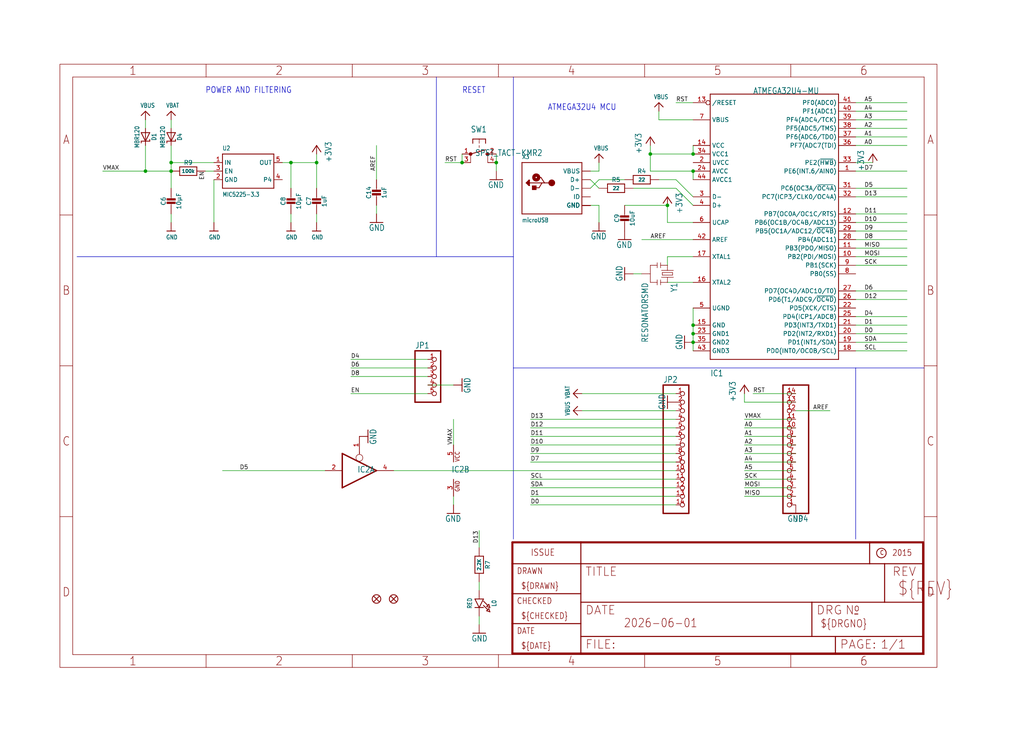
<source format=kicad_sch>
(kicad_sch (version 20230121) (generator eeschema)
  (paper "User" 303.962 217.322)
  (lib_symbols
    (symbol "working-eagle-import:+3V3" (power)
      (property "Value" "+3V3" (at -2.54 -5.08 90))
      (symbol "+3V3_1_0"
        (pin power_in line (at 0 -2.54 90) (length 2.54) (name "+3V3") (number "1"))
      )
    )
    (symbol "working-eagle-import:741G125DBV"
      (property "Reference" "IC" (at -0.635 -0.635 0))
      (symbol "741G125DBV_1_0"
        (pin input line (at 0 10.16 270) (length 5.08) (name "OE") (number "1"))
        (pin input line (at -10.16 0 0) (length 5.08) (name "I") (number "2"))
        (pin tri_state line (at 10.16 0 180) (length 5.08) (name "O") (number "4"))
      )
      (symbol "741G125DBV_2_0"
        (text "GND" (at 1.905 -6.35 900) (effects (font (size 1.27 1.0795)) (justify left bottom)))
        (text "VCC" (at 1.905 2.54 900) (effects (font (size 1.27 1.0795)) (justify left bottom)))
        (pin power_in line (at 0 -7.62 90) (length 5.08) (name "GND") (number "3"))
        (pin power_in line (at 0 7.62 270) (length 5.08) (name "VCC") (number "5"))
      )
    )
    (symbol "working-eagle-import:ATMEGA32U4-MU"
      (property "Reference" "IC" (at -17.78 -38.1 0))
      (symbol "ATMEGA32U4-MU_1_0"
        (pin bidirectional line (at 25.4 22.86 180) (length 5.08) (name "PE6(INT.6/AIN0)") (number "1"))
        (pin bidirectional line (at 25.4 -2.54 180) (length 5.08) (name "PB2(PDI/MOSI)") (number "10"))
        (pin bidirectional line (at 25.4 0 180) (length 5.08) (name "PB3(PDO/MISO)") (number "11"))
        (pin bidirectional line (at 25.4 10.16 180) (length 5.08) (name "PB7(OC0A/OC1C/RTS)") (number "12"))
        (pin bidirectional inverted (at -22.86 43.18 0) (length 5.08) (name "/RESET") (number "13"))
        (pin bidirectional line (at -22.86 30.48 0) (length 5.08) (name "VCC") (number "14"))
        (pin bidirectional line (at -22.86 -22.86 0) (length 5.08) (name "GND") (number "15"))
        (pin bidirectional line (at -22.86 -10.16 0) (length 5.08) (name "XTAL2") (number "16"))
        (pin bidirectional line (at -22.86 -2.54 0) (length 5.08) (name "XTAL1") (number "17"))
        (pin bidirectional line (at 25.4 -30.48 180) (length 5.08) (name "PD0(INT0/OC0B/SCL)") (number "18"))
        (pin bidirectional line (at 25.4 -27.94 180) (length 5.08) (name "PD1(INT1/SDA)") (number "19"))
        (pin bidirectional line (at -22.86 25.4 0) (length 5.08) (name "UVCC") (number "2"))
        (pin bidirectional line (at 25.4 -25.4 180) (length 5.08) (name "PD2(INT2/RXD1)") (number "20"))
        (pin bidirectional line (at 25.4 -22.86 180) (length 5.08) (name "PD3(INT3/TXD1)") (number "21"))
        (pin bidirectional line (at 25.4 -17.78 180) (length 5.08) (name "PD5(XCK/CTS)") (number "22"))
        (pin bidirectional line (at -22.86 -25.4 0) (length 5.08) (name "GND1") (number "23"))
        (pin bidirectional line (at -22.86 22.86 0) (length 5.08) (name "AVCC") (number "24"))
        (pin bidirectional line (at 25.4 -20.32 180) (length 5.08) (name "PD4(ICP1/ADC8)") (number "25"))
        (pin bidirectional line (at 25.4 -15.24 180) (length 5.08) (name "PD6(T1/ADC9/~{OC4D})") (number "26"))
        (pin bidirectional line (at 25.4 -12.7 180) (length 5.08) (name "PD7(OC4D/ADC10/T0)") (number "27"))
        (pin bidirectional line (at 25.4 2.54 180) (length 5.08) (name "PB4(ADC11)") (number "28"))
        (pin bidirectional line (at 25.4 5.08 180) (length 5.08) (name "PB5(OC1A/ADC12/~{OC4B})") (number "29"))
        (pin bidirectional line (at -22.86 15.24 0) (length 5.08) (name "D-") (number "3"))
        (pin bidirectional line (at 25.4 7.62 180) (length 5.08) (name "PB6(OC1B/OC4B/ADC13)") (number "30"))
        (pin bidirectional line (at 25.4 17.78 180) (length 5.08) (name "PC6(OC3A/~{OC4A})") (number "31"))
        (pin bidirectional line (at 25.4 15.24 180) (length 5.08) (name "PC7(ICP3/CLK0/OC4A)") (number "32"))
        (pin bidirectional line (at 25.4 25.4 180) (length 5.08) (name "PE2(~{HWB})") (number "33"))
        (pin bidirectional line (at -22.86 27.94 0) (length 5.08) (name "VCC1") (number "34"))
        (pin bidirectional line (at -22.86 -27.94 0) (length 5.08) (name "GND2") (number "35"))
        (pin bidirectional line (at 25.4 30.48 180) (length 5.08) (name "PF7(ADC7(TDI)") (number "36"))
        (pin bidirectional line (at 25.4 33.02 180) (length 5.08) (name "PF6(ADC6/TDO)") (number "37"))
        (pin bidirectional line (at 25.4 35.56 180) (length 5.08) (name "PF5(ADC5/TMS)") (number "38"))
        (pin bidirectional line (at 25.4 38.1 180) (length 5.08) (name "PF4(ADC4/TCK)") (number "39"))
        (pin bidirectional line (at -22.86 12.7 0) (length 5.08) (name "D+") (number "4"))
        (pin bidirectional line (at 25.4 40.64 180) (length 5.08) (name "PF1(ADC1)") (number "40"))
        (pin bidirectional line (at 25.4 43.18 180) (length 5.08) (name "PF0(ADC0)") (number "41"))
        (pin bidirectional line (at -22.86 2.54 0) (length 5.08) (name "AREF") (number "42"))
        (pin bidirectional line (at -22.86 -30.48 0) (length 5.08) (name "GND3") (number "43"))
        (pin bidirectional line (at -22.86 20.32 0) (length 5.08) (name "AVCC1") (number "44"))
        (pin bidirectional line (at -22.86 -17.78 0) (length 5.08) (name "UGND") (number "5"))
        (pin bidirectional line (at -22.86 7.62 0) (length 5.08) (name "UCAP") (number "6"))
        (pin bidirectional line (at -22.86 38.1 0) (length 5.08) (name "VBUS") (number "7"))
        (pin bidirectional line (at 25.4 -7.62 180) (length 5.08) (name "PB0(SS)") (number "8"))
        (pin bidirectional line (at 25.4 -5.08 180) (length 5.08) (name "PB1(SCK)") (number "9"))
      )
    )
    (symbol "working-eagle-import:CAP_CERAMIC0603_NO"
      (property "Reference" "C" (at -2.29 1.25 90))
      (symbol "CAP_CERAMIC0603_NO_1_0"
        (pin passive line (at 0 5.08 270) (length 2.54) (name "1") (number "1"))
        (pin passive line (at 0 -2.54 90) (length 2.54) (name "2") (number "2"))
      )
    )
    (symbol "working-eagle-import:CAP_CERAMIC0805-NOOUTLINE"
      (property "Reference" "C" (at -2.29 1.25 90))
      (symbol "CAP_CERAMIC0805-NOOUTLINE_1_0"
        (pin passive line (at 0 5.08 270) (length 2.54) (name "1") (number "1"))
        (pin passive line (at 0 -2.54 90) (length 2.54) (name "2") (number "2"))
      )
    )
    (symbol "working-eagle-import:DIODE-SCHOTTKYSOD-123"
      (property "Reference" "D" (at 0 2.54 0))
      (symbol "DIODE-SCHOTTKYSOD-123_1_0"
        (pin passive line (at -2.54 0 0) (length 2.54) (name "A") (number "A"))
        (pin passive line (at 2.54 0 180) (length 2.54) (name "C") (number "C"))
      )
    )
    (symbol "working-eagle-import:FIDUCIAL{dblquote}{dblquote}")
    (symbol "working-eagle-import:FRAME_A4"
      (symbol "FRAME_A4_1_0"
        (text "1" (at 21.6958 1.905 0) (effects (font (size 2.54 2.286))))
        (text "1" (at 21.6958 177.165 0) (effects (font (size 2.54 2.286))))
        (text "2" (at 65.0875 1.905 0) (effects (font (size 2.54 2.286))))
        (text "2" (at 65.0875 177.165 0) (effects (font (size 2.54 2.286))))
        (text "3" (at 108.4792 1.905 0) (effects (font (size 2.54 2.286))))
        (text "3" (at 108.4792 177.165 0) (effects (font (size 2.54 2.286))))
        (text "4" (at 151.8708 1.905 0) (effects (font (size 2.54 2.286))))
        (text "4" (at 151.8708 177.165 0) (effects (font (size 2.54 2.286))))
        (text "5" (at 195.2625 1.905 0) (effects (font (size 2.54 2.286))))
        (text "5" (at 195.2625 177.165 0) (effects (font (size 2.54 2.286))))
        (text "6" (at 238.6542 1.905 0) (effects (font (size 2.54 2.286))))
        (text "6" (at 238.6542 177.165 0) (effects (font (size 2.54 2.286))))
        (text "A" (at 1.905 156.6863 0) (effects (font (size 2.54 2.286))))
        (text "A" (at 258.445 156.6863 0) (effects (font (size 2.54 2.286))))
        (text "B" (at 1.905 111.9188 0) (effects (font (size 2.54 2.286))))
        (text "B" (at 258.445 111.9188 0) (effects (font (size 2.54 2.286))))
        (text "C" (at 1.905 67.1513 0) (effects (font (size 2.54 2.286))))
        (text "C" (at 258.445 67.1513 0) (effects (font (size 2.54 2.286))))
        (text "D" (at 1.905 22.3838 0) (effects (font (size 2.54 2.286))))
        (text "D" (at 258.445 22.3838 0) (effects (font (size 2.54 2.286))))
      )
      (symbol "FRAME_A4_2_0"
        (text "${#}/${##}" (at 108.9152 2.8448 0) (effects (font (size 2.54 2.54)) (justify left bottom)))
        (text "${CHECKED}" (at 2.2352 11.7348 0) (effects (font (size 1.778 1.5113)) (justify left bottom)))
        (text "${COMPANY}" (at 23.349 29.6735 0) (effects (font (size 3.175 2.6987) (thickness 0.5397) bold) (justify left bottom)))
        (text "${CURRENT_DATE}" (at 32.7152 9.1948 0) (effects (font (size 2.54 2.159)) (justify left bottom)))
        (text "${DATE}" (at 2.2352 2.8448 0) (effects (font (size 1.778 1.5113)) (justify left bottom)))
        (text "${DRAWN}" (at 2.2352 20.6248 0) (effects (font (size 1.778 1.5113)) (justify left bottom)))
        (text "${DRGNO}" (at 91.1352 9.1948 0) (effects (font (size 2.1844 1.8567)) (justify left bottom)))
        (text "${PROJECTNAME}" (at 33.0327 2.8448 0) (effects (font (size 2.54 2.159)) (justify left bottom)))
        (text "${REV}" (at 113.9952 18.7198 0) (effects (font (size 3.81 3.2385)) (justify left bottom)))
        (text "2015" (at 112.4077 30.4673 0) (effects (font (size 1.778 1.5113)) (justify left bottom)))
        (text "C" (at 108.7564 30.7848 0) (effects (font (size 1.27 1.0795)) (justify left bottom)))
        (text "CHECKED" (at 0.9652 16.1798 0) (effects (font (size 1.778 1.5113)) (justify left bottom)))
        (text "DATE" (at 0.9652 7.2898 0) (effects (font (size 1.778 1.5113)) (justify left bottom)))
        (text "DATE" (at 21.2852 13.0048 0) (effects (font (size 2.54 2.54)) (justify left bottom)))
        (text "DRAWN" (at 0.9652 25.0698 0) (effects (font (size 1.778 1.5113)) (justify left bottom)))
        (text "DRG" (at 89.8652 13.0048 0) (effects (font (size 2.54 2.54)) (justify left bottom)))
        (text "FILE:" (at 21.2852 2.8448 0) (effects (font (size 2.54 2.54)) (justify left bottom)))
        (text "ISSUE" (at 5.0927 30.4673 0) (effects (font (size 1.9304 1.6408)) (justify left bottom)))
        (text "N" (at 98.4377 13.0048 0) (effects (font (size 2.54 2.54)) (justify left bottom)))
        (text "o" (at 100.9777 13.9573 0) (effects (font (size 2.1844 1.8567)) (justify left bottom)))
        (text "PAGE:" (at 96.8502 2.8448 0) (effects (font (size 2.54 2.54)) (justify left bottom)))
        (text "REV" (at 112.4077 24.4348 0) (effects (font (size 2.54 2.54)) (justify left bottom)))
        (text "TITLE" (at 21.2852 24.4348 0) (effects (font (size 2.54 2.54)) (justify left bottom)))
      )
    )
    (symbol "working-eagle-import:GND" (power)
      (property "Value" "GND" (at -1.524 -2.54 0))
      (symbol "GND_1_0"
        (pin power_in line (at 0 2.54 270) (length 2.54) (name "GND") (number "1"))
      )
    )
    (symbol "working-eagle-import:HEADER-1X14"
      (property "Reference" "JP" (at -6.35 20.955 0))
      (symbol "HEADER-1X14_1_0"
        (pin passive inverted (at -2.54 17.78 0) (length 2.54) (name "1") (number "1"))
        (pin passive inverted (at -2.54 -5.08 0) (length 2.54) (name "10") (number "10"))
        (pin passive inverted (at -2.54 -7.62 0) (length 2.54) (name "11") (number "11"))
        (pin passive inverted (at -2.54 -10.16 0) (length 2.54) (name "12") (number "12"))
        (pin passive inverted (at -2.54 -12.7 0) (length 2.54) (name "13") (number "13"))
        (pin passive inverted (at -2.54 -15.24 0) (length 2.54) (name "14") (number "14"))
        (pin passive inverted (at -2.54 15.24 0) (length 2.54) (name "2") (number "2"))
        (pin passive inverted (at -2.54 12.7 0) (length 2.54) (name "3") (number "3"))
        (pin passive inverted (at -2.54 10.16 0) (length 2.54) (name "4") (number "4"))
        (pin passive inverted (at -2.54 7.62 0) (length 2.54) (name "5") (number "5"))
        (pin passive inverted (at -2.54 5.08 0) (length 2.54) (name "6") (number "6"))
        (pin passive inverted (at -2.54 2.54 0) (length 2.54) (name "7") (number "7"))
        (pin passive inverted (at -2.54 0 0) (length 2.54) (name "8") (number "8"))
        (pin passive inverted (at -2.54 -2.54 0) (length 2.54) (name "9") (number "9"))
      )
    )
    (symbol "working-eagle-import:HEADER-1X5ROUND"
      (property "Reference" "JP" (at -6.35 8.255 0))
      (symbol "HEADER-1X5ROUND_1_0"
        (pin passive inverted (at -2.54 5.08 0) (length 2.54) (name "1") (number "1"))
        (pin passive inverted (at -2.54 2.54 0) (length 2.54) (name "2") (number "2"))
        (pin passive inverted (at -2.54 0 0) (length 2.54) (name "3") (number "3"))
        (pin passive inverted (at -2.54 -2.54 0) (length 2.54) (name "4") (number "4"))
        (pin passive inverted (at -2.54 -5.08 0) (length 2.54) (name "5") (number "5"))
      )
    )
    (symbol "working-eagle-import:LED0805_NOOUTLINE"
      (property "Reference" "D" (at -1.27 4.445 0))
      (symbol "LED0805_NOOUTLINE_1_0"
        (pin passive line (at -5.08 0 0) (length 2.54) (name "A") (number "A"))
        (pin passive line (at 2.54 0 180) (length 2.54) (name "C") (number "C"))
      )
    )
    (symbol "working-eagle-import:RESISTOR_0603_NOOUT"
      (property "Reference" "R" (at 0 2.54 0))
      (symbol "RESISTOR_0603_NOOUT_1_0"
        (pin passive line (at -5.08 0 0) (length 2.54) (name "1") (number "1"))
        (pin passive line (at 5.08 0 180) (length 2.54) (name "2") (number "2"))
      )
    )
    (symbol "working-eagle-import:RESONATORSMD"
      (property "Reference" "Y" (at 2.54 1.016 0))
      (symbol "RESONATORSMD_1_0"
        (pin passive line (at -2.54 0 0) (length 0) (name "1") (number "1"))
        (pin passive line (at 0 -7.62 90) (length 0) (name "2") (number "2"))
        (pin passive line (at 2.54 0 180) (length 0) (name "3") (number "3"))
      )
    )
    (symbol "working-eagle-import:SPST_TACT-KMR2"
      (property "Reference" "SW" (at -6.35 -2.54 90))
      (symbol "SPST_TACT-KMR2_1_0"
        (pin passive line (at 0 -5.08 90) (length 2.54) (name "P") (number "1"))
        (pin passive line (at 0 5.08 270) (length 2.54) (name "S") (number "2"))
        (pin passive line (at 2.54 -5.08 90) (length 2.54) (name "P1") (number "3"))
        (pin passive line (at 2.54 5.08 270) (length 2.54) (name "S1") (number "4"))
      )
    )
    (symbol "working-eagle-import:USB_MICRO_20329_V2"
      (property "Reference" "X" (at -10.16 8.636 0))
      (symbol "USB_MICRO_20329_V2_1_0"
        (pin power_in line (at 10.16 -5.08 180) (length 2.54) (name "GND") (number "BASE@1"))
        (pin power_in line (at 10.16 -5.08 180) (length 2.54) (name "GND") (number "BASE@2"))
        (pin bidirectional line (at 10.16 2.54 180) (length 2.54) (name "D+") (number "D+"))
        (pin bidirectional line (at 10.16 0 180) (length 2.54) (name "D-") (number "D-"))
        (pin power_in line (at 10.16 -5.08 180) (length 2.54) (name "GND") (number "GND"))
        (pin bidirectional line (at 10.16 -2.54 180) (length 2.54) (name "ID") (number "ID"))
        (pin power_in line (at 10.16 -5.08 180) (length 2.54) (name "GND") (number "SPRT@1"))
        (pin power_in line (at 10.16 -5.08 180) (length 2.54) (name "GND") (number "SPRT@2"))
        (pin power_in line (at 10.16 -5.08 180) (length 2.54) (name "GND") (number "SPRT@3"))
        (pin power_in line (at 10.16 -5.08 180) (length 2.54) (name "GND") (number "SPRT@4"))
        (pin power_in line (at 10.16 5.08 180) (length 2.54) (name "VBUS") (number "VBUS"))
      )
    )
    (symbol "working-eagle-import:VBAT" (power)
      (property "Value" "VBAT" (at -1.524 1.016 0))
      (symbol "VBAT_1_0"
        (pin power_in line (at 0 -2.54 90) (length 2.54) (name "VBAT") (number "1"))
      )
    )
    (symbol "working-eagle-import:VBUS" (power)
      (property "Value" "VBUS" (at -1.524 1.016 0))
      (symbol "VBUS_1_0"
        (pin power_in line (at 0 -2.54 90) (length 2.54) (name "VBUS") (number "1"))
      )
    )
    (symbol "working-eagle-import:VREG_SOT23-5"
      (property "Reference" "U" (at -7.62 6.096 0))
      (symbol "VREG_SOT23-5_1_0"
        (pin power_in line (at -10.16 2.54 0) (length 2.54) (name "IN") (number "1"))
        (pin power_in line (at -10.16 -2.54 0) (length 2.54) (name "GND") (number "2"))
        (pin input line (at -10.16 0 0) (length 2.54) (name "EN") (number "3"))
        (pin bidirectional line (at 10.16 -2.54 180) (length 2.54) (name "P4") (number "4"))
        (pin power_in line (at 10.16 2.54 180) (length 2.54) (name "OUT") (number "5"))
      )
    )
    (symbol "working-eagle-import:supply1_GND" (power)
      (property "Value" "supply1_GND" (at -2.54 -2.54 0))
      (symbol "supply1_GND_1_0"
        (pin power_in line (at 0 2.54 270) (length 2.54) (name "GND") (number "1"))
      )
    )
  )
  (junction (at 50.8 48.26))
  (junction (at 205.74 101.6))
  (junction (at 193.04 45.72))
  (junction (at 205.74 50.8))
  (junction (at 198.12 60.96))
  (junction (at 147.32 48.26))
  (junction (at 137.16 48.26))
  (junction (at 86.36 48.26))
  (junction (at 205.74 99.06))
  (junction (at 93.98 48.26))
  (junction (at 205.74 45.72))
  (junction (at 43.18 50.8))
  (junction (at 205.74 96.52))
  (junction (at 50.8 50.8))
  (wire (pts (xy 116.84 139.7) (xy 200.66 139.7)) (stroke (width 0.1524)))
  (wire (pts (xy 175.26 60.96) (xy 177.8 60.96)) (stroke (width 0.1524)))
  (wire (pts (xy 236.22 142.24) (xy 220.98 142.24)) (stroke (width 0.1524)))
  (wire (pts (xy 137.16 48.26) (xy 137.16 45.72)) (stroke (width 0.1524)))
  (wire (pts (xy 111.76 53.34) (xy 111.76 43.18)) (stroke (width 0.1524)))
  (polyline (pts (xy 152.4 76.2) (xy 129.54 76.2)) (stroke (width 0.1524) (type solid)))
  (wire (pts (xy 175.26 53.34) (xy 177.8 55.88)) (stroke (width 0.1524)))
  (wire (pts (xy 254 50.8) (xy 269.24 50.8)) (stroke (width 0.1524)))
  (wire (pts (xy 220.98 116.84) (xy 220.98 119.38)) (stroke (width 0.1524)))
  (wire (pts (xy 193.04 45.72) (xy 205.74 45.72)) (stroke (width 0.1524)))
  (polyline (pts (xy 152.4 160.02) (xy 152.4 109.22)) (stroke (width 0.1524) (type solid)))
  (wire (pts (xy 43.18 50.8) (xy 50.8 50.8)) (stroke (width 0.1524)))
  (wire (pts (xy 205.74 50.8) (xy 193.04 50.8)) (stroke (width 0.1524)))
  (wire (pts (xy 205.74 30.48) (xy 200.66 30.48)) (stroke (width 0.1524)))
  (wire (pts (xy 254 96.52) (xy 269.24 96.52)) (stroke (width 0.1524)))
  (wire (pts (xy 200.66 53.34) (xy 205.74 58.42)) (stroke (width 0.1524)))
  (wire (pts (xy 205.74 99.06) (xy 205.74 101.6)) (stroke (width 0.1524)))
  (polyline (pts (xy 274.32 109.22) (xy 254 109.22)) (stroke (width 0.1524) (type solid)))
  (wire (pts (xy 254 33.02) (xy 269.24 33.02)) (stroke (width 0.1524)))
  (wire (pts (xy 157.48 132.08) (xy 200.66 132.08)) (stroke (width 0.1524)))
  (wire (pts (xy 43.18 50.8) (xy 30.48 50.8)) (stroke (width 0.1524)))
  (polyline (pts (xy 22.86 76.2) (xy 129.54 76.2)) (stroke (width 0.1524) (type solid)))
  (wire (pts (xy 254 63.5) (xy 269.24 63.5)) (stroke (width 0.1524)))
  (polyline (pts (xy 152.4 109.22) (xy 152.4 76.2)) (stroke (width 0.1524) (type solid)))
  (wire (pts (xy 157.48 144.78) (xy 200.66 144.78)) (stroke (width 0.1524)))
  (wire (pts (xy 236.22 121.92) (xy 246.38 121.92)) (stroke (width 0.1524)))
  (wire (pts (xy 220.98 139.7) (xy 236.22 139.7)) (stroke (width 0.1524)))
  (wire (pts (xy 63.5 53.34) (xy 63.5 66.04)) (stroke (width 0.1524)))
  (wire (pts (xy 193.04 45.72) (xy 193.04 43.18)) (stroke (width 0.1524)))
  (wire (pts (xy 187.96 81.28) (xy 190.5 81.28)) (stroke (width 0.1524)))
  (wire (pts (xy 200.66 149.86) (xy 157.48 149.86)) (stroke (width 0.1524)))
  (wire (pts (xy 254 48.26) (xy 259.08 48.26)) (stroke (width 0.1524)))
  (wire (pts (xy 147.32 45.72) (xy 147.32 48.26)) (stroke (width 0.1524)))
  (wire (pts (xy 200.66 55.88) (xy 205.74 60.96)) (stroke (width 0.1524)))
  (wire (pts (xy 111.76 60.96) (xy 111.76 63.5)) (stroke (width 0.1524)))
  (wire (pts (xy 50.8 43.18) (xy 50.8 48.26)) (stroke (width 0.1524)))
  (polyline (pts (xy 129.54 76.2) (xy 129.54 22.86)) (stroke (width 0.1524) (type solid)))
  (wire (pts (xy 63.5 48.26) (xy 50.8 48.26)) (stroke (width 0.1524)))
  (wire (pts (xy 50.8 50.8) (xy 50.8 55.88)) (stroke (width 0.1524)))
  (wire (pts (xy 195.58 53.34) (xy 200.66 53.34)) (stroke (width 0.1524)))
  (wire (pts (xy 142.24 162.56) (xy 142.24 157.48)) (stroke (width 0.1524)))
  (wire (pts (xy 200.66 124.46) (xy 157.48 124.46)) (stroke (width 0.1524)))
  (wire (pts (xy 134.62 114.3) (xy 127 114.3)) (stroke (width 0.1524)))
  (wire (pts (xy 134.62 147.32) (xy 134.62 149.86)) (stroke (width 0.1524)))
  (wire (pts (xy 254 71.12) (xy 269.24 71.12)) (stroke (width 0.1524)))
  (wire (pts (xy 220.98 119.38) (xy 236.22 119.38)) (stroke (width 0.1524)))
  (wire (pts (xy 134.62 124.46) (xy 134.62 132.08)) (stroke (width 0.1524)))
  (wire (pts (xy 50.8 63.5) (xy 50.8 66.04)) (stroke (width 0.1524)))
  (polyline (pts (xy 152.4 76.2) (xy 152.4 22.86)) (stroke (width 0.1524) (type solid)))
  (wire (pts (xy 43.18 43.18) (xy 43.18 50.8)) (stroke (width 0.1524)))
  (wire (pts (xy 198.12 76.2) (xy 205.74 76.2)) (stroke (width 0.1524)))
  (wire (pts (xy 93.98 63.5) (xy 93.98 66.04)) (stroke (width 0.1524)))
  (wire (pts (xy 127 111.76) (xy 104.14 111.76)) (stroke (width 0.1524)))
  (wire (pts (xy 142.24 172.72) (xy 142.24 175.26)) (stroke (width 0.1524)))
  (wire (pts (xy 236.22 127) (xy 220.98 127)) (stroke (width 0.1524)))
  (wire (pts (xy 254 86.36) (xy 269.24 86.36)) (stroke (width 0.1524)))
  (wire (pts (xy 254 73.66) (xy 269.24 73.66)) (stroke (width 0.1524)))
  (polyline (pts (xy 254 160.02) (xy 254 109.22)) (stroke (width 0.1524) (type solid)))
  (wire (pts (xy 93.98 48.26) (xy 93.98 55.88)) (stroke (width 0.1524)))
  (polyline (pts (xy 254 109.22) (xy 152.4 109.22)) (stroke (width 0.1524) (type solid)))
  (wire (pts (xy 157.48 137.16) (xy 200.66 137.16)) (stroke (width 0.1524)))
  (wire (pts (xy 193.04 50.8) (xy 193.04 45.72)) (stroke (width 0.1524)))
  (wire (pts (xy 205.74 45.72) (xy 205.74 43.18)) (stroke (width 0.1524)))
  (wire (pts (xy 198.12 83.82) (xy 205.74 83.82)) (stroke (width 0.1524)))
  (wire (pts (xy 205.74 91.44) (xy 205.74 96.52)) (stroke (width 0.1524)))
  (wire (pts (xy 236.22 132.08) (xy 220.98 132.08)) (stroke (width 0.1524)))
  (wire (pts (xy 200.66 134.62) (xy 157.48 134.62)) (stroke (width 0.1524)))
  (wire (pts (xy 254 35.56) (xy 269.24 35.56)) (stroke (width 0.1524)))
  (wire (pts (xy 198.12 66.04) (xy 198.12 60.96)) (stroke (width 0.1524)))
  (wire (pts (xy 127 106.68) (xy 104.14 106.68)) (stroke (width 0.1524)))
  (wire (pts (xy 236.22 144.78) (xy 220.98 144.78)) (stroke (width 0.1524)))
  (wire (pts (xy 104.14 109.22) (xy 127 109.22)) (stroke (width 0.1524)))
  (wire (pts (xy 86.36 48.26) (xy 93.98 48.26)) (stroke (width 0.1524)))
  (wire (pts (xy 254 66.04) (xy 269.24 66.04)) (stroke (width 0.1524)))
  (wire (pts (xy 205.74 66.04) (xy 198.12 66.04)) (stroke (width 0.1524)))
  (wire (pts (xy 86.36 63.5) (xy 86.36 66.04)) (stroke (width 0.1524)))
  (wire (pts (xy 177.8 50.8) (xy 177.8 48.26)) (stroke (width 0.1524)))
  (wire (pts (xy 269.24 99.06) (xy 254 99.06)) (stroke (width 0.1524)))
  (wire (pts (xy 83.82 48.26) (xy 86.36 48.26)) (stroke (width 0.1524)))
  (wire (pts (xy 177.8 60.96) (xy 177.8 66.04)) (stroke (width 0.1524)))
  (wire (pts (xy 220.98 134.62) (xy 236.22 134.62)) (stroke (width 0.1524)))
  (wire (pts (xy 60.96 50.8) (xy 63.5 50.8)) (stroke (width 0.1524)))
  (wire (pts (xy 254 76.2) (xy 269.24 76.2)) (stroke (width 0.1524)))
  (wire (pts (xy 236.22 116.84) (xy 223.52 116.84)) (stroke (width 0.1524)))
  (wire (pts (xy 220.98 147.32) (xy 236.22 147.32)) (stroke (width 0.1524)))
  (wire (pts (xy 175.26 50.8) (xy 177.8 50.8)) (stroke (width 0.1524)))
  (wire (pts (xy 200.66 121.92) (xy 172.72 121.92)) (stroke (width 0.1524)))
  (wire (pts (xy 177.8 53.34) (xy 185.42 53.34)) (stroke (width 0.1524)))
  (wire (pts (xy 198.12 60.96) (xy 185.42 60.96)) (stroke (width 0.1524)))
  (wire (pts (xy 254 30.48) (xy 269.24 30.48)) (stroke (width 0.1524)))
  (wire (pts (xy 157.48 147.32) (xy 200.66 147.32)) (stroke (width 0.1524)))
  (wire (pts (xy 200.66 142.24) (xy 157.48 142.24)) (stroke (width 0.1524)))
  (wire (pts (xy 175.26 55.88) (xy 177.8 53.34)) (stroke (width 0.1524)))
  (wire (pts (xy 254 58.42) (xy 269.24 58.42)) (stroke (width 0.1524)))
  (wire (pts (xy 254 78.74) (xy 269.24 78.74)) (stroke (width 0.1524)))
  (wire (pts (xy 132.08 48.26) (xy 137.16 48.26)) (stroke (width 0.1524)))
  (wire (pts (xy 200.66 129.54) (xy 157.48 129.54)) (stroke (width 0.1524)))
  (wire (pts (xy 205.74 53.34) (xy 205.74 50.8)) (stroke (width 0.1524)))
  (wire (pts (xy 220.98 129.54) (xy 236.22 129.54)) (stroke (width 0.1524)))
  (wire (pts (xy 254 68.58) (xy 269.24 68.58)) (stroke (width 0.1524)))
  (wire (pts (xy 236.22 137.16) (xy 220.98 137.16)) (stroke (width 0.1524)))
  (wire (pts (xy 50.8 48.26) (xy 50.8 50.8)) (stroke (width 0.1524)))
  (wire (pts (xy 254 38.1) (xy 269.24 38.1)) (stroke (width 0.1524)))
  (wire (pts (xy 254 93.98) (xy 269.24 93.98)) (stroke (width 0.1524)))
  (wire (pts (xy 147.32 50.8) (xy 147.32 48.26)) (stroke (width 0.1524)))
  (wire (pts (xy 195.58 35.56) (xy 195.58 33.02)) (stroke (width 0.1524)))
  (wire (pts (xy 86.36 55.88) (xy 86.36 48.26)) (stroke (width 0.1524)))
  (wire (pts (xy 157.48 127) (xy 200.66 127)) (stroke (width 0.1524)))
  (wire (pts (xy 190.5 71.12) (xy 205.74 71.12)) (stroke (width 0.1524)))
  (wire (pts (xy 254 43.18) (xy 269.24 43.18)) (stroke (width 0.1524)))
  (wire (pts (xy 50.8 38.1) (xy 50.8 35.56)) (stroke (width 0.1524)))
  (wire (pts (xy 96.52 139.7) (xy 66.04 139.7)) (stroke (width 0.1524)))
  (wire (pts (xy 93.98 48.26) (xy 93.98 45.72)) (stroke (width 0.1524)))
  (wire (pts (xy 254 40.64) (xy 269.24 40.64)) (stroke (width 0.1524)))
  (wire (pts (xy 205.74 96.52) (xy 205.74 99.06)) (stroke (width 0.1524)))
  (wire (pts (xy 187.96 55.88) (xy 200.66 55.88)) (stroke (width 0.1524)))
  (wire (pts (xy 43.18 35.56) (xy 43.18 38.1)) (stroke (width 0.1524)))
  (wire (pts (xy 205.74 101.6) (xy 205.74 104.14)) (stroke (width 0.1524)))
  (wire (pts (xy 127 116.84) (xy 104.14 116.84)) (stroke (width 0.1524)))
  (wire (pts (xy 236.22 124.46) (xy 220.98 124.46)) (stroke (width 0.1524)))
  (wire (pts (xy 198.12 76.2) (xy 198.12 78.74)) (stroke (width 0.1524)))
  (wire (pts (xy 254 104.14) (xy 269.24 104.14)) (stroke (width 0.1524)))
  (wire (pts (xy 172.72 116.84) (xy 200.66 116.84)) (stroke (width 0.1524)))
  (wire (pts (xy 254 55.88) (xy 269.24 55.88)) (stroke (width 0.1524)))
  (wire (pts (xy 254 101.6) (xy 269.24 101.6)) (stroke (width 0.1524)))
  (wire (pts (xy 142.24 182.88) (xy 142.24 185.42)) (stroke (width 0.1524)))
  (wire (pts (xy 205.74 35.56) (xy 195.58 35.56)) (stroke (width 0.1524)))
  (wire (pts (xy 254 88.9) (xy 269.24 88.9)) (stroke (width 0.1524)))
  (text "POWER AND FILTERING" (at 60.96 27.94 0) (effects (font (size 1.778 1.5113)) (justify left bottom)))
  (text "RESET" (at 137.16 27.94 0) (effects (font (size 1.778 1.5113)) (justify left bottom)))
  (text "ATMEGA32U4 MCU" (at 162.56 33.02 0) (effects (font (size 1.778 1.5113)) (justify left bottom)))
  (label "AREF" (at 241.3 121.92 0) (effects (font (size 1.2446 1.2446))))
  (label "D13" (at 256.54 58.42 0) (effects (font (size 1.2446 1.2446))))
  (label "A0" (at 220.98 127 0) (effects (font (size 1.2446 1.2446))))
  (label "A5" (at 220.98 139.7 0) (effects (font (size 1.2446 1.2446))))
  (label "D6" (at 256.54 86.36 0) (effects (font (size 1.2446 1.2446))))
  (label "D1" (at 256.54 96.52 0) (effects (font (size 1.2446 1.2446))))
  (label "SCL" (at 256.54 104.14 0) (effects (font (size 1.2446 1.2446))))
  (label "A3" (at 256.54 35.56 0) (effects (font (size 1.2446 1.2446))))
  (label "VMAX" (at 30.48 50.8 0) (effects (font (size 1.2446 1.2446))))
  (label "AREF" (at 111.76 50.8 90) (effects (font (size 1.2446 1.2446))))
  (label "D8" (at 256.54 71.12 0) (effects (font (size 1.2446 1.2446))))
  (label "D9" (at 157.48 134.62 0) (effects (font (size 1.2446 1.2446))))
  (label "SCK" (at 220.98 142.24 0) (effects (font (size 1.2446 1.2446))))
  (label "D13" (at 142.24 157.48 270) (effects (font (size 1.2446 1.2446))))
  (label "D13" (at 157.48 124.46 0) (effects (font (size 1.2446 1.2446))))
  (label "EN" (at 104.14 116.84 0) (effects (font (size 1.2446 1.2446))))
  (label "MOSI" (at 256.54 76.2 0) (effects (font (size 1.2446 1.2446))))
  (label "D12" (at 256.54 88.9 0) (effects (font (size 1.2446 1.2446))))
  (label "A2" (at 220.98 132.08 0) (effects (font (size 1.2446 1.2446))))
  (label "RST" (at 200.66 30.48 0) (effects (font (size 1.2446 1.2446))))
  (label "MISO" (at 256.54 73.66 0) (effects (font (size 1.2446 1.2446))))
  (label "D9" (at 256.54 68.58 0) (effects (font (size 1.2446 1.2446))))
  (label "D5" (at 71.12 139.7 0) (effects (font (size 1.2446 1.2446))))
  (label "AREF" (at 193.04 71.12 0) (effects (font (size 1.2446 1.2446))))
  (label "VMAX" (at 134.62 132.08 90) (effects (font (size 1.2446 1.2446))))
  (label "D11" (at 157.48 129.54 0) (effects (font (size 1.2446 1.2446))))
  (label "A0" (at 256.54 43.18 0) (effects (font (size 1.2446 1.2446))))
  (label "D0" (at 157.48 149.86 0) (effects (font (size 1.2446 1.2446))))
  (label "RST" (at 132.08 48.26 0) (effects (font (size 1.2446 1.2446))))
  (label "MISO" (at 220.98 147.32 0) (effects (font (size 1.2446 1.2446))))
  (label "D12" (at 157.48 127 0) (effects (font (size 1.2446 1.2446))))
  (label "A4" (at 256.54 33.02 0) (effects (font (size 1.2446 1.2446))))
  (label "D7" (at 256.54 50.8 0) (effects (font (size 1.2446 1.2446))))
  (label "D5" (at 256.54 55.88 0) (effects (font (size 1.2446 1.2446))))
  (label "SCL" (at 157.48 142.24 0) (effects (font (size 1.2446 1.2446))))
  (label "EN" (at 60.96 50.8 270) (effects (font (size 1.2446 1.2446))))
  (label "D11" (at 256.54 63.5 0) (effects (font (size 1.2446 1.2446))))
  (label "SDA" (at 157.48 144.78 0) (effects (font (size 1.2446 1.2446))))
  (label "D7" (at 157.48 137.16 0) (effects (font (size 1.2446 1.2446))))
  (label "D10" (at 157.48 132.08 0) (effects (font (size 1.2446 1.2446))))
  (label "A2" (at 256.54 38.1 0) (effects (font (size 1.2446 1.2446))))
  (label "A1" (at 256.54 40.64 0) (effects (font (size 1.2446 1.2446))))
  (label "RST" (at 223.52 116.84 0) (effects (font (size 1.2446 1.2446))))
  (label "SCK" (at 256.54 78.74 0) (effects (font (size 1.2446 1.2446))))
  (label "D10" (at 256.54 66.04 0) (effects (font (size 1.2446 1.2446))))
  (label "SDA" (at 256.54 101.6 0) (effects (font (size 1.2446 1.2446))))
  (label "MOSI" (at 220.98 144.78 0) (effects (font (size 1.2446 1.2446))))
  (label "D4" (at 104.14 106.68 0) (effects (font (size 1.2446 1.2446))))
  (label "D8" (at 104.14 111.76 0) (effects (font (size 1.2446 1.2446))))
  (label "A5" (at 256.54 30.48 0) (effects (font (size 1.2446 1.2446))))
  (label "A3" (at 220.98 134.62 0) (effects (font (size 1.2446 1.2446))))
  (label "D4" (at 256.54 93.98 0) (effects (font (size 1.2446 1.2446))))
  (label "A4" (at 220.98 137.16 0) (effects (font (size 1.2446 1.2446))))
  (label "D6" (at 104.14 109.22 0) (effects (font (size 1.2446 1.2446))))
  (label "VMAX" (at 220.98 124.46 0) (effects (font (size 1.2446 1.2446))))
  (label "D1" (at 157.48 147.32 0) (effects (font (size 1.2446 1.2446))))
  (label "A1" (at 220.98 129.54 0) (effects (font (size 1.2446 1.2446))))
  (label "D0" (at 256.54 99.06 0) (effects (font (size 1.2446 1.2446))))
  (symbol (lib_id "working-eagle-import:LED0805_NOOUTLINE") (at 142.24 180.34 270) (unit 1)
    (property "Reference" "L0" (at 146.685 179.07 0) (effects (font (size 1.27 1.0795))))
    (property "Value" "RED" (at 139.446 179.07 0) (effects (font (size 1.27 1.0795))))
    (property "Footprint" "working:CHIPLED_0805_NOOUTLINE" (effects hide))
  )
  (symbol (lib_id "working-eagle-import:VREG_SOT23-5") (at 73.66 50.8 0) (unit 1)
    (property "Reference" "U2" (at 66.04 44.704 0) (effects (font (size 1.27 1.0795)) (justify left bottom)))
    (property "Value" "MIC5225-3.3" (at 66.04 58.42 0) (effects (font (size 1.27 1.0795)) (justify left bottom)))
    (property "Footprint" "working:SOT23-5" (effects hide))
  )
  (symbol (lib_id "working-eagle-import:DIODE-SCHOTTKYSOD-123") (at 50.8 40.64 270) (unit 1)
    (property "Reference" "D4" (at 53.34 40.64 0) (effects (font (size 1.27 1.0795))))
    (property "Value" "MBR120" (at 48.3 40.64 0) (effects (font (size 1.27 1.0795))))
    (property "Footprint" "working:SOD-123" (effects hide))
  )
  (symbol (lib_id "working-eagle-import:CAP_CERAMIC0805-NOOUTLINE") (at 86.36 60.96 0) (unit 1)
    (property "Reference" "C8" (at 84.07 59.71 90))
    (property "Value" "10µF" (at 88.66 59.71 90))
    (property "Footprint" "working:0805-NO" (effects hide))
  )
  (symbol (lib_id "working-eagle-import:CAP_CERAMIC0603_NO") (at 111.76 58.42 0) (unit 1)
    (property "Reference" "C14" (at 109.47 57.17 90))
    (property "Value" "1uF" (at 114.06 57.17 90))
    (property "Footprint" "working:0603-NO" (effects hide))
  )
  (symbol (lib_id "working-eagle-import:supply1_GND") (at 111.76 66.04 0) (mirror y) (unit 1)
    (property "Reference" "#GND12" (effects hide))
    (property "Value" "GND" (at 114.3 68.58 0) (effects (font (size 1.778 1.5113)) (justify left bottom)))
  )
  (symbol (lib_id "working-eagle-import:RESONATORSMD") (at 198.12 81.28 270) (unit 1)
    (property "Reference" "Y1" (at 199.136 83.82 0) (effects (font (size 1.778 1.5113)) (justify left bottom)))
    (property "Value" "RESONATORSMD" (at 190.5 83.82 0) (effects (font (size 1.778 1.5113)) (justify left bottom)))
    (property "Footprint" "working:RESONATOR-SMD" (effects hide))
  )
  (symbol (lib_id "working-eagle-import:RESISTOR_0603_NOOUT") (at 55.88 50.8 0) (unit 1)
    (property "Reference" "R9" (at 55.88 48.26 0))
    (property "Value" "100k" (at 55.88 50.8 0) (effects (font (size 1.016 1.016) bold)))
    (property "Footprint" "working:0603-NO" (effects hide))
  )
  (symbol (lib_id "working-eagle-import:ATMEGA32U4-MU") (at 228.6 73.66 0) (unit 1)
    (property "Reference" "IC1" (at 210.82 111.76 0) (effects (font (size 1.778 1.5113)) (justify left bottom)))
    (property "Value" "ATMEGA32U4-MU" (at 223.52 27.94 0) (effects (font (size 1.778 1.5113)) (justify left bottom)))
    (property "Footprint" "working:TQFN44_7MM" (effects hide))
  )
  (symbol (lib_id "working-eagle-import:+3V3") (at 198.12 58.42 0) (mirror y) (unit 1)
    (property "Reference" "#+3V6" (effects hide))
    (property "Value" "+3V3" (at 200.66 63.5 90) (effects (font (size 1.778 1.5113)) (justify left bottom)))
  )
  (symbol (lib_id "working-eagle-import:SPST_TACT-KMR2") (at 142.24 45.72 270) (unit 1)
    (property "Reference" "SW1" (at 139.7 39.37 90) (effects (font (size 1.778 1.5113)) (justify left bottom)))
    (property "Value" "SPST_TACT-KMR2" (at 140.97 46.355 90) (effects (font (size 1.778 1.5113)) (justify left bottom)))
    (property "Footprint" "working:KMR2" (effects hide))
  )
  (symbol (lib_id "working-eagle-import:HEADER-1X5ROUND") (at 129.54 111.76 0) (unit 1)
    (property "Reference" "JP1" (at 123.19 103.505 0) (effects (font (size 1.778 1.5113)) (justify left bottom)))
    (property "Value" "HEADER-1X5ROUND" (effects hide))
    (property "Footprint" "working:1X05_ROUND" (effects hide))
  )
  (symbol (lib_id "working-eagle-import:+3V3") (at 193.04 40.64 0) (unit 1)
    (property "Reference" "#+3V5" (effects hide))
    (property "Value" "+3V3" (at 190.5 45.72 90) (effects (font (size 1.778 1.5113)) (justify left bottom)))
  )
  (symbol (lib_id "working-eagle-import:FRAME_A4") (at 17.78 198.12 0) (unit 1)
    (property "Reference" "#FRAME1" (effects hide))
    (property "Value" "FRAME_A4" (effects hide))
  )
  (symbol (lib_id "working-eagle-import:VBAT") (at 50.8 33.02 0) (unit 1)
    (property "Reference" "#U$21" (effects hide))
    (property "Value" "VBAT" (at 49.276 32.004 0) (effects (font (size 1.27 1.0795)) (justify left bottom)))
  )
  (symbol (lib_id "working-eagle-import:supply1_GND") (at 142.24 187.96 0) (mirror y) (unit 1)
    (property "Reference" "#GND10" (effects hide))
    (property "Value" "GND" (at 144.78 190.5 0) (effects (font (size 1.778 1.5113)) (justify left bottom)))
  )
  (symbol (lib_id "working-eagle-import:FIDUCIAL{dblquote}{dblquote}") (at 116.84 177.8 0) (unit 1)
    (property "Reference" "U$34" (effects hide))
    (property "Value" "FIDUCIAL{dblquote}{dblquote}" (effects hide))
    (property "Footprint" "working:FIDUCIAL_1MM" (effects hide))
  )
  (symbol (lib_id "working-eagle-import:VBUS") (at 177.8 45.72 0) (unit 1)
    (property "Reference" "#U$1" (effects hide))
    (property "Value" "VBUS" (at 176.276 44.704 0) (effects (font (size 1.27 1.0795)) (justify left bottom)))
  )
  (symbol (lib_id "working-eagle-import:GND") (at 93.98 68.58 0) (unit 1)
    (property "Reference" "#U$28" (effects hide))
    (property "Value" "GND" (at 92.456 71.12 0) (effects (font (size 1.27 1.0795)) (justify left bottom)))
  )
  (symbol (lib_id "working-eagle-import:DIODE-SCHOTTKYSOD-123") (at 43.18 40.64 270) (unit 1)
    (property "Reference" "D1" (at 45.72 40.64 0) (effects (font (size 1.27 1.0795))))
    (property "Value" "MBR120" (at 40.68 40.64 0) (effects (font (size 1.27 1.0795))))
    (property "Footprint" "working:SOD-123" (effects hide))
  )
  (symbol (lib_id "working-eagle-import:RESISTOR_0603_NOOUT") (at 142.24 167.64 270) (unit 1)
    (property "Reference" "R7" (at 144.78 167.64 0))
    (property "Value" "2.2K" (at 142.24 167.64 0) (effects (font (size 1.016 1.016) bold)))
    (property "Footprint" "working:0603-NO" (effects hide))
  )
  (symbol (lib_id "working-eagle-import:HEADER-1X14") (at 233.68 132.08 180) (unit 1)
    (property "Reference" "JP4" (at 240.03 153.035 0) (effects (font (size 1.778 1.5113)) (justify left bottom)))
    (property "Value" "HEADER-1X14" (effects hide))
    (property "Footprint" "working:1X14_ROUND70" (effects hide))
  )
  (symbol (lib_id "working-eagle-import:+3V3") (at 259.08 45.72 0) (unit 1)
    (property "Reference" "#+3V7" (effects hide))
    (property "Value" "+3V3" (at 256.54 50.8 90) (effects (font (size 1.778 1.5113)) (justify left bottom)))
  )
  (symbol (lib_id "working-eagle-import:741G125DBV") (at 134.62 139.7 0) (unit 2)
    (property "Reference" "IC2" (at 133.985 140.335 0) (effects (font (size 1.778 1.5113)) (justify left bottom)))
    (property "Value" "741G125DBV" (effects hide))
    (property "Footprint" "working:SOT23-5" (effects hide))
  )
  (symbol (lib_id "working-eagle-import:supply1_GND") (at 236.22 152.4 0) (unit 1)
    (property "Reference" "#GND13" (effects hide))
    (property "Value" "GND" (at 233.68 154.94 0) (effects (font (size 1.778 1.5113)) (justify left bottom)))
  )
  (symbol (lib_id "working-eagle-import:supply1_GND") (at 147.32 53.34 0) (unit 1)
    (property "Reference" "#GND7" (effects hide))
    (property "Value" "GND" (at 144.78 55.88 0) (effects (font (size 1.778 1.5113)) (justify left bottom)))
  )
  (symbol (lib_id "working-eagle-import:RESISTOR_0603_NOOUT") (at 182.88 55.88 0) (unit 1)
    (property "Reference" "R5" (at 182.88 53.34 0))
    (property "Value" "22" (at 182.88 55.88 0) (effects (font (size 1.016 1.016) bold)))
    (property "Footprint" "working:0603-NO" (effects hide))
  )
  (symbol (lib_id "working-eagle-import:+3V3") (at 220.98 114.3 0) (unit 1)
    (property "Reference" "#+3V1" (effects hide))
    (property "Value" "+3V3" (at 218.44 119.38 90) (effects (font (size 1.778 1.5113)) (justify left bottom)))
  )
  (symbol (lib_id "working-eagle-import:supply1_GND") (at 134.62 152.4 0) (unit 1)
    (property "Reference" "#GND9" (effects hide))
    (property "Value" "GND" (at 132.08 154.94 0) (effects (font (size 1.778 1.5113)) (justify left bottom)))
  )
  (symbol (lib_id "working-eagle-import:supply1_GND") (at 203.2 101.6 270) (unit 1)
    (property "Reference" "#GND2" (effects hide))
    (property "Value" "GND" (at 200.66 99.06 0) (effects (font (size 1.778 1.5113)) (justify left bottom)))
  )
  (symbol (lib_id "working-eagle-import:741G125DBV") (at 106.68 139.7 0) (unit 1)
    (property "Reference" "IC2" (at 106.045 140.335 0) (effects (font (size 1.778 1.5113)) (justify left bottom)))
    (property "Value" "741G125DBV" (effects hide))
    (property "Footprint" "working:SOT23-5" (effects hide))
  )
  (symbol (lib_id "working-eagle-import:HEADER-1X14") (at 203.2 134.62 0) (unit 1)
    (property "Reference" "JP2" (at 196.85 113.665 0) (effects (font (size 1.778 1.5113)) (justify left bottom)))
    (property "Value" "HEADER-1X14" (effects hide))
    (property "Footprint" "working:1X14_ROUND70" (effects hide))
  )
  (symbol (lib_id "working-eagle-import:supply1_GND") (at 185.42 71.12 0) (unit 1)
    (property "Reference" "#GND3" (effects hide))
    (property "Value" "GND" (at 182.88 73.66 0) (effects (font (size 1.778 1.5113)) (justify left bottom)))
  )
  (symbol (lib_id "working-eagle-import:VBUS") (at 170.18 121.92 90) (unit 1)
    (property "Reference" "#U$19" (effects hide))
    (property "Value" "VBUS" (at 169.164 123.444 0) (effects (font (size 1.27 1.0795)) (justify left bottom)))
  )
  (symbol (lib_id "working-eagle-import:CAP_CERAMIC0603_NO") (at 93.98 60.96 0) (unit 1)
    (property "Reference" "C7" (at 91.69 59.71 90))
    (property "Value" "1uF" (at 96.28 59.71 90))
    (property "Footprint" "working:0603-NO" (effects hide))
  )
  (symbol (lib_id "working-eagle-import:GND") (at 50.8 68.58 0) (unit 1)
    (property "Reference" "#U$27" (effects hide))
    (property "Value" "GND" (at 49.276 71.12 0) (effects (font (size 1.27 1.0795)) (justify left bottom)))
  )
  (symbol (lib_id "working-eagle-import:GND") (at 86.36 68.58 0) (unit 1)
    (property "Reference" "#U$29" (effects hide))
    (property "Value" "GND" (at 84.836 71.12 0) (effects (font (size 1.27 1.0795)) (justify left bottom)))
  )
  (symbol (lib_id "working-eagle-import:RESISTOR_0603_NOOUT") (at 190.5 53.34 0) (unit 1)
    (property "Reference" "R4" (at 190.5 50.8 0))
    (property "Value" "22" (at 190.5 53.34 0) (effects (font (size 1.016 1.016) bold)))
    (property "Footprint" "working:0603-NO" (effects hide))
  )
  (symbol (lib_id "working-eagle-import:CAP_CERAMIC0805-NOOUTLINE") (at 185.42 66.04 0) (unit 1)
    (property "Reference" "C9" (at 183.13 64.79 90))
    (property "Value" "10uF" (at 187.72 64.79 90))
    (property "Footprint" "working:0805-NO" (effects hide))
  )
  (symbol (lib_id "working-eagle-import:VBUS") (at 43.18 33.02 0) (unit 1)
    (property "Reference" "#U$3" (effects hide))
    (property "Value" "VBUS" (at 41.656 32.004 0) (effects (font (size 1.27 1.0795)) (justify left bottom)))
  )
  (symbol (lib_id "working-eagle-import:supply1_GND") (at 185.42 81.28 270) (unit 1)
    (property "Reference" "#GND6" (effects hide))
    (property "Value" "GND" (at 182.88 78.74 0) (effects (font (size 1.778 1.5113)) (justify left bottom)))
  )
  (symbol (lib_id "working-eagle-import:USB_MICRO_20329_V2") (at 165.1 55.88 0) (unit 1)
    (property "Reference" "X3" (at 154.94 47.244 0) (effects (font (size 1.27 1.0795)) (justify left bottom)))
    (property "Value" "microUSB" (at 154.94 66.04 0) (effects (font (size 1.27 1.0795)) (justify left bottom)))
    (property "Footprint" "working:4UCONN_20329_V2" (effects hide))
  )
  (symbol (lib_id "working-eagle-import:supply1_GND") (at 177.8 68.58 0) (unit 1)
    (property "Reference" "#GND1" (effects hide))
    (property "Value" "GND" (at 175.26 71.12 0) (effects (font (size 1.778 1.5113)) (justify left bottom)))
  )
  (symbol (lib_id "working-eagle-import:+3V3") (at 93.98 43.18 0) (mirror y) (unit 1)
    (property "Reference" "#+3V4" (effects hide))
    (property "Value" "+3V3" (at 96.52 48.26 90) (effects (font (size 1.778 1.5113)) (justify left bottom)))
  )
  (symbol (lib_id "working-eagle-import:supply1_GND") (at 109.22 129.54 90) (unit 1)
    (property "Reference" "#GND8" (effects hide))
    (property "Value" "GND" (at 111.76 132.08 0) (effects (font (size 1.778 1.5113)) (justify left bottom)))
  )
  (symbol (lib_id "working-eagle-import:VBUS") (at 195.58 30.48 0) (unit 1)
    (property "Reference" "#U$8" (effects hide))
    (property "Value" "VBUS" (at 194.056 29.464 0) (effects (font (size 1.27 1.0795)) (justify left bottom)))
  )
  (symbol (lib_id "working-eagle-import:GND") (at 63.5 68.58 0) (unit 1)
    (property "Reference" "#U$30" (effects hide))
    (property "Value" "GND" (at 61.976 71.12 0) (effects (font (size 1.27 1.0795)) (justify left bottom)))
  )
  (symbol (lib_id "working-eagle-import:CAP_CERAMIC0805-NOOUTLINE") (at 50.8 60.96 0) (unit 1)
    (property "Reference" "C6" (at 48.51 59.71 90))
    (property "Value" "10µF" (at 53.1 59.71 90))
    (property "Footprint" "working:0805-NO" (effects hide))
  )
  (symbol (lib_id "working-eagle-import:VBAT") (at 170.18 116.84 90) (unit 1)
    (property "Reference" "#U$20" (effects hide))
    (property "Value" "VBAT" (at 169.164 118.364 0) (effects (font (size 1.27 1.0795)) (justify left bottom)))
  )
  (symbol (lib_id "working-eagle-import:supply1_GND") (at 137.16 114.3 90) (unit 1)
    (property "Reference" "#GND11" (effects hide))
    (property "Value" "GND" (at 139.7 116.84 0) (effects (font (size 1.778 1.5113)) (justify left bottom)))
  )
  (symbol (lib_id "working-eagle-import:FIDUCIAL{dblquote}{dblquote}") (at 111.76 177.8 0) (unit 1)
    (property "Reference" "U$35" (effects hide))
    (property "Value" "FIDUCIAL{dblquote}{dblquote}" (effects hide))
    (property "Footprint" "working:FIDUCIAL_1MM" (effects hide))
  )
  (symbol (lib_id "working-eagle-import:supply1_GND") (at 198.12 119.38 270) (unit 1)
    (property "Reference" "#GND5" (effects hide))
    (property "Value" "GND" (at 195.58 116.84 0) (effects (font (size 1.778 1.5113)) (justify left bottom)))
  )
  (symbol (lib_id "working-eagle-import:FRAME_A4") (at 152.4 195.58 0) (unit 2)
    (property "Reference" "#FRAME1" (effects hide))
    (property "Value" "FRAME_A4" (effects hide))
  )
)
</source>
